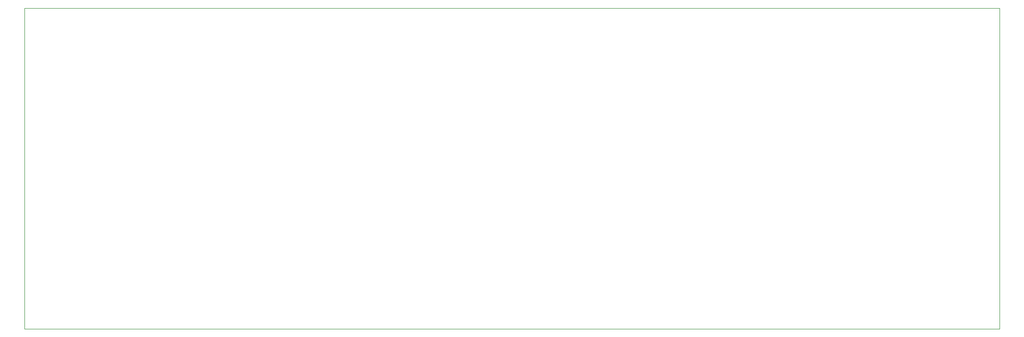
<source format=gbr>
%TF.GenerationSoftware,KiCad,Pcbnew,5.1.9+dfsg1-1~bpo10+1*%
%TF.CreationDate,2024-01-08T18:09:37+01:00*%
%TF.ProjectId,IIsiPDSAdapter,49497369-5044-4534-9164-61707465722e,rev?*%
%TF.SameCoordinates,Original*%
%TF.FileFunction,Profile,NP*%
%FSLAX46Y46*%
G04 Gerber Fmt 4.6, Leading zero omitted, Abs format (unit mm)*
G04 Created by KiCad (PCBNEW 5.1.9+dfsg1-1~bpo10+1) date 2024-01-08 18:09:37*
%MOMM*%
%LPD*%
G01*
G04 APERTURE LIST*
%TA.AperFunction,Profile*%
%ADD10C,0.050000*%
%TD*%
G04 APERTURE END LIST*
D10*
X54900000Y-154700000D02*
X54900000Y-98000000D01*
X226900000Y-98000000D02*
X54900000Y-98000000D01*
X226900000Y-154700000D02*
X226900000Y-98000000D01*
X226900000Y-154700000D02*
X54900000Y-154700000D01*
M02*

</source>
